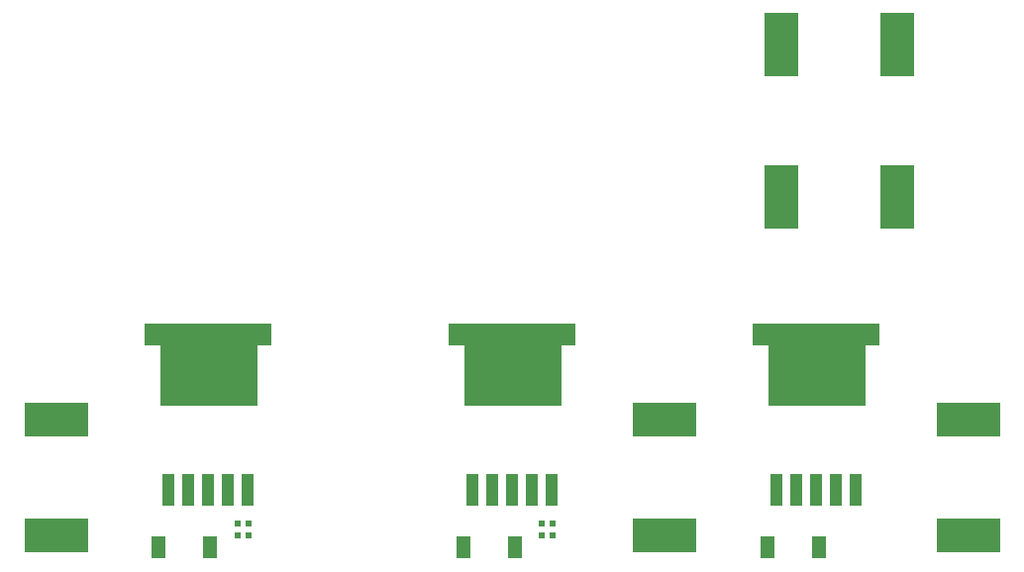
<source format=gbr>
%TF.GenerationSoftware,Altium Limited,Altium Designer,23.5.1 (21)*%
G04 Layer_Color=8421504*
%FSLAX45Y45*%
%MOMM*%
%TF.SameCoordinates,237DEE5C-C98C-4AD3-A281-37170FB057C8*%
%TF.FilePolarity,Positive*%
%TF.FileFunction,Paste,Top*%
%TF.Part,Single*%
G01*
G75*
%TA.AperFunction,SMDPad,CuDef*%
%ADD10R,8.30000X6.99000*%
%ADD11R,1.07000X2.80000*%
%ADD12R,10.80000X1.91000*%
%ADD13R,1.20000X1.90000*%
%ADD14R,2.90000X5.40000*%
%ADD15R,0.60000X0.55000*%
%ADD16R,5.40000X2.90000*%
D10*
X9810000Y4960000D02*
D03*
X7210000D02*
D03*
X4610000D02*
D03*
D11*
X9460000Y3890000D02*
D03*
X9630000D02*
D03*
X9800000D02*
D03*
X9970000D02*
D03*
X10140000D02*
D03*
X7540000D02*
D03*
X7370000D02*
D03*
X7200000D02*
D03*
X7030000D02*
D03*
X6860000D02*
D03*
X4940000D02*
D03*
X4770000D02*
D03*
X4600000D02*
D03*
X4430000D02*
D03*
X4260000D02*
D03*
D12*
X9800000Y5220000D02*
D03*
X7200000D02*
D03*
X4600000D02*
D03*
D13*
X9820000Y3400000D02*
D03*
X9380000D02*
D03*
X6780000D02*
D03*
X7220000D02*
D03*
X4180000D02*
D03*
X4620000D02*
D03*
D14*
X9505000Y7700000D02*
D03*
X10495000D02*
D03*
X9505000Y6400000D02*
D03*
X10495000D02*
D03*
D15*
X4850000Y3500000D02*
D03*
X4950000D02*
D03*
Y3600000D02*
D03*
X4850000D02*
D03*
X7450000Y3500000D02*
D03*
X7550000D02*
D03*
Y3600000D02*
D03*
X7450000D02*
D03*
D16*
X8500000Y4495000D02*
D03*
Y3505000D02*
D03*
X11100000Y4495000D02*
D03*
Y3505000D02*
D03*
X3300000Y4495000D02*
D03*
Y3505000D02*
D03*
%TF.MD5,e52d6a4e74d2783ed4d29e3142dd99fc*%
M02*

</source>
